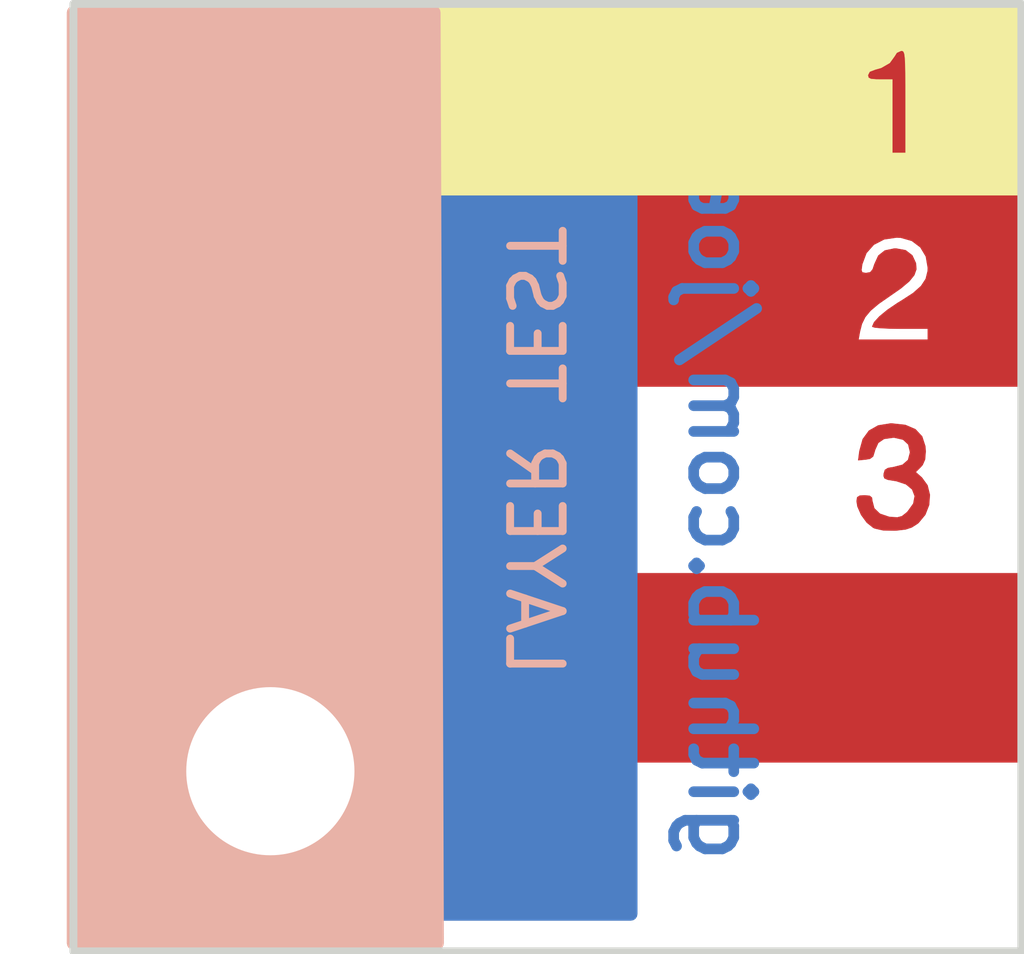
<source format=kicad_pcb>
(kicad_pcb (version 20171130) (host pcbnew "(5.1.2-1)-1")

  (general
    (thickness 1.6)
    (drawings 6)
    (tracks 0)
    (zones 0)
    (modules 4)
    (nets 1)
  )

  (page A4)
  (layers
    (0 F.Cu signal)
    (31 B.Cu signal)
    (32 B.Adhes user hide)
    (33 F.Adhes user hide)
    (34 B.Paste user hide)
    (35 F.Paste user hide)
    (36 B.SilkS user)
    (37 F.SilkS user)
    (38 B.Mask user)
    (39 F.Mask user)
    (40 Dwgs.User user hide)
    (41 Cmts.User user hide)
    (42 Eco1.User user hide)
    (43 Eco2.User user hide)
    (44 Edge.Cuts user)
    (45 Margin user hide)
    (46 B.CrtYd user hide)
    (47 F.CrtYd user hide)
    (48 B.Fab user hide)
    (49 F.Fab user hide)
  )

  (setup
    (last_trace_width 0.25)
    (trace_clearance 0.2)
    (zone_clearance 0.508)
    (zone_45_only no)
    (trace_min 0.2)
    (via_size 0.6)
    (via_drill 0.4)
    (via_min_size 0.4)
    (via_min_drill 0.3)
    (uvia_size 0.3)
    (uvia_drill 0.1)
    (uvias_allowed no)
    (uvia_min_size 0.2)
    (uvia_min_drill 0.1)
    (edge_width 0.15)
    (segment_width 0.2)
    (pcb_text_width 0.3)
    (pcb_text_size 1.5 1.5)
    (mod_edge_width 0.15)
    (mod_text_size 1 1)
    (mod_text_width 0.15)
    (pad_size 1.524 1.524)
    (pad_drill 0.762)
    (pad_to_mask_clearance 0.2)
    (aux_axis_origin 0 0)
    (visible_elements FFFFFF7F)
    (pcbplotparams
      (layerselection 0x010f0_ffffffff)
      (usegerberextensions true)
      (usegerberattributes false)
      (usegerberadvancedattributes false)
      (creategerberjobfile false)
      (excludeedgelayer true)
      (linewidth 0.100000)
      (plotframeref false)
      (viasonmask false)
      (mode 1)
      (useauxorigin false)
      (hpglpennumber 1)
      (hpglpenspeed 20)
      (hpglpendiameter 15.000000)
      (psnegative false)
      (psa4output false)
      (plotreference false)
      (plotvalue false)
      (plotinvisibletext false)
      (padsonsilk false)
      (subtractmaskfromsilk false)
      (outputformat 1)
      (mirror false)
      (drillshape 0)
      (scaleselection 1)
      (outputdirectory "gerbers/"))
  )

  (net 0 "")

  (net_class Default "This is the default net class."
    (clearance 0.2)
    (trace_width 0.25)
    (via_dia 0.6)
    (via_drill 0.4)
    (uvia_dia 0.3)
    (uvia_drill 0.1)
  )

  (module MountingHole:MountingHole_3.2mm_M3 (layer F.Cu) (tedit 56D1B4CB) (tstamp 5EA65AD6)
    (at -5.2705 5.588)
    (descr "Mounting Hole 3.2mm, no annular, M3")
    (tags "mounting hole 3.2mm no annular m3")
    (attr virtual)
    (fp_text reference REF** (at 0 -4.2) (layer F.SilkS) hide
      (effects (font (size 1 1) (thickness 0.15)))
    )
    (fp_text value MountingHole_3.2mm_M3 (at 0 4.2) (layer F.Fab)
      (effects (font (size 1 1) (thickness 0.15)))
    )
    (fp_circle (center 0 0) (end 3.45 0) (layer F.CrtYd) (width 0.05))
    (fp_circle (center 0 0) (end 3.2 0) (layer Cmts.User) (width 0.15))
    (fp_text user %R (at 0.3 0) (layer F.Fab)
      (effects (font (size 1 1) (thickness 0.15)))
    )
    (pad 1 np_thru_hole circle (at 0 0) (size 3.2 3.2) (drill 3.2) (layers *.Cu *.Mask))
  )

  (module LOGO (layer F.Cu) (tedit 0) (tstamp 0)
    (at 0 0)
    (fp_text reference G*** (at 0 0) (layer F.SilkS) hide
      (effects (font (size 1.524 1.524) (thickness 0.3)))
    )
    (fp_text value LOGO (at 0.75 0) (layer F.SilkS) hide
      (effects (font (size 1.524 1.524) (thickness 0.3)))
    )
    (fp_poly (pts (xy 9.017 5.418667) (xy -8.974666 5.418667) (xy -8.974666 1.820334) (xy 9.017 1.820334)
      (xy 9.017 5.418667)) (layer F.Cu) (width 0.01))
    (fp_poly (pts (xy 6.810174 -1.002191) (xy 7.001936 -0.920021) (xy 7.128964 -0.783999) (xy 7.190516 -0.594742)
      (xy 7.196667 -0.497068) (xy 7.183949 -0.345387) (xy 7.138729 -0.242382) (xy 7.101417 -0.19957)
      (xy 7.006167 -0.105833) (xy 7.125197 0) (xy 7.23127 0.14661) (xy 7.275896 0.327486)
      (xy 7.261197 0.520971) (xy 7.189298 0.705408) (xy 7.062321 0.859139) (xy 7.039151 0.877834)
      (xy 6.931651 0.946316) (xy 6.814375 0.984821) (xy 6.6538 1.003307) (xy 6.608672 1.005707)
      (xy 6.387418 1.002113) (xy 6.229223 0.966003) (xy 6.197878 0.951762) (xy 6.076412 0.854051)
      (xy 5.970048 0.708313) (xy 5.900144 0.548774) (xy 5.884334 0.44932) (xy 5.894615 0.374647)
      (xy 5.942229 0.344052) (xy 6.0325 0.338667) (xy 6.132959 0.34683) (xy 6.174032 0.382513)
      (xy 6.180667 0.43981) (xy 6.218373 0.58393) (xy 6.326391 0.688222) (xy 6.49707 0.745878)
      (xy 6.529566 0.750307) (xy 6.659098 0.757963) (xy 6.745969 0.735133) (xy 6.830392 0.668663)
      (xy 6.855979 0.643534) (xy 6.962616 0.494624) (xy 6.989472 0.351377) (xy 6.941269 0.224716)
      (xy 6.82273 0.125562) (xy 6.638578 0.064837) (xy 6.603425 0.059428) (xy 6.477011 0.039019)
      (xy 6.415072 0.012821) (xy 6.39774 -0.032391) (xy 6.40066 -0.075569) (xy 6.422463 -0.146903)
      (xy 6.481885 -0.183015) (xy 6.581905 -0.198992) (xy 6.757079 -0.243767) (xy 6.862792 -0.336279)
      (xy 6.900232 -0.4776) (xy 6.900334 -0.486833) (xy 6.866691 -0.6318) (xy 6.767769 -0.724155)
      (xy 6.606572 -0.761339) (xy 6.577008 -0.762) (xy 6.405106 -0.738442) (xy 6.294086 -0.662269)
      (xy 6.232716 -0.525227) (xy 6.228484 -0.505932) (xy 6.19692 -0.404798) (xy 6.138238 -0.359962)
      (xy 6.056762 -0.346121) (xy 5.914679 -0.332408) (xy 5.938028 -0.506483) (xy 6.000236 -0.731586)
      (xy 6.118447 -0.893355) (xy 6.293447 -0.992459) (xy 6.526021 -1.029566) (xy 6.554421 -1.029892)
      (xy 6.810174 -1.002191)) (layer F.Cu) (width 0.01))
    (fp_poly (pts (xy 9.017 -1.735666) (xy -8.974666 -1.735666) (xy -8.974666 -2.624666) (xy 5.917244 -2.624666)
      (xy 7.239 -2.624666) (xy 7.239 -2.836333) (xy 6.709834 -2.836333) (xy 6.505966 -2.839271)
      (xy 6.339625 -2.847327) (xy 6.226151 -2.859371) (xy 6.180885 -2.874267) (xy 6.180667 -2.875418)
      (xy 6.216674 -2.957877) (xy 6.316732 -3.067059) (xy 6.468895 -3.192363) (xy 6.66122 -3.323189)
      (xy 6.736515 -3.368733) (xy 6.959323 -3.513162) (xy 7.110335 -3.64741) (xy 7.199404 -3.783703)
      (xy 7.236383 -3.934266) (xy 7.238842 -3.992019) (xy 7.201643 -4.209656) (xy 7.096569 -4.384959)
      (xy 6.934099 -4.507676) (xy 6.72471 -4.567553) (xy 6.646334 -4.571776) (xy 6.406479 -4.536447)
      (xy 6.210885 -4.435059) (xy 6.068796 -4.274887) (xy 5.989456 -4.063206) (xy 5.987655 -4.053416)
      (xy 5.974009 -3.950151) (xy 5.991009 -3.905344) (xy 6.050976 -3.894795) (xy 6.06849 -3.894666)
      (xy 6.143704 -3.908654) (xy 6.190425 -3.965578) (xy 6.222583 -4.06245) (xy 6.297071 -4.225531)
      (xy 6.419435 -4.322543) (xy 6.598087 -4.359567) (xy 6.634586 -4.360333) (xy 6.815538 -4.32757)
      (xy 6.94245 -4.22996) (xy 7.01075 -4.081977) (xy 7.019316 -3.966968) (xy 6.979802 -3.855391)
      (xy 6.884672 -3.737707) (xy 6.726389 -3.604374) (xy 6.519969 -3.460643) (xy 6.302755 -3.309569)
      (xy 6.149245 -3.180038) (xy 6.046754 -3.057075) (xy 5.982598 -2.925707) (xy 5.94632 -2.783416)
      (xy 5.917244 -2.624666) (xy -8.974666 -2.624666) (xy -8.974666 -8.974666) (xy 9.017 -8.974666)
      (xy 9.017 -1.735666)) (layer F.Cu) (width 0.01))
  )

  (module LOGO (layer F.Cu) (tedit 0) (tstamp 5EA60723)
    (at 0 0)
    (fp_text reference G*** (at 0 0) (layer F.SilkS) hide
      (effects (font (size 1.524 1.524) (thickness 0.3)))
    )
    (fp_text value LOGO (at 0.75 0) (layer F.SilkS) hide
      (effects (font (size 1.524 1.524) (thickness 0.3)))
    )
    (fp_poly (pts (xy 9.017 -5.376333) (xy -8.974666 -5.376333) (xy -8.974666 -7.65897) (xy 6.096 -7.65897)
      (xy 6.107117 -7.61184) (xy 6.15368 -7.587291) (xy 6.255513 -7.578403) (xy 6.328834 -7.577666)
      (xy 6.561667 -7.577666) (xy 6.561667 -6.180666) (xy 6.815667 -6.180666) (xy 6.815667 -7.154333)
      (xy 6.81542 -7.465458) (xy 6.814081 -7.7021) (xy 6.810754 -7.874439) (xy 6.804542 -7.992658)
      (xy 6.79455 -8.066941) (xy 6.77988 -8.107468) (xy 6.759637 -8.124423) (xy 6.732923 -8.127988)
      (xy 6.729952 -8.128) (xy 6.645743 -8.089557) (xy 6.604842 -8.02438) (xy 6.512185 -7.895859)
      (xy 6.351347 -7.802907) (xy 6.233584 -7.768958) (xy 6.129483 -7.728936) (xy 6.096042 -7.662168)
      (xy 6.096 -7.65897) (xy -8.974666 -7.65897) (xy -8.974666 -8.974666) (xy 9.017 -8.974666)
      (xy 9.017 -5.376333)) (layer F.SilkS) (width 0.01))
  )

  (module LOGO (layer F.Cu) (tedit 0) (tstamp 5EA65AEE)
    (at 0 0)
    (fp_text reference G*** (at 0 0) (layer F.SilkS) hide
      (effects (font (size 1.524 1.524) (thickness 0.3)))
    )
    (fp_text value LOGO (at 0.75 0) (layer F.SilkS) hide
      (effects (font (size 1.524 1.524) (thickness 0.3)))
    )
    (fp_poly (pts (xy 9.017 9.017) (xy -8.974666 9.017) (xy -8.974666 7.62835) (xy 5.800666 7.62835)
      (xy 5.830371 7.72215) (xy 5.905419 7.827504) (xy 6.019903 7.929434) (xy 6.069191 7.962136)
      (xy 6.2358 8.023581) (xy 6.439223 8.04142) (xy 6.643287 8.014958) (xy 6.755685 7.975327)
      (xy 6.912895 7.857092) (xy 7.027619 7.684496) (xy 7.090574 7.481064) (xy 7.092476 7.270319)
      (xy 7.070423 7.177792) (xy 6.973777 7.010207) (xy 6.820197 6.881946) (xy 6.631796 6.802002)
      (xy 6.430686 6.779369) (xy 6.23898 6.823039) (xy 6.220061 6.831955) (xy 6.128033 6.874181)
      (xy 6.076548 6.890772) (xy 6.07354 6.889934) (xy 6.075082 6.846016) (xy 6.087446 6.740998)
      (xy 6.107973 6.597367) (xy 6.108577 6.593417) (xy 6.152329 6.307667) (xy 6.568665 6.307667)
      (xy 6.758874 6.306994) (xy 6.880004 6.302335) (xy 6.947642 6.289728) (xy 6.977375 6.265209)
      (xy 6.984791 6.224816) (xy 6.985 6.201834) (xy 6.985 6.096) (xy 6.01517 6.096)
      (xy 5.992049 6.233584) (xy 5.94236 6.537621) (xy 5.908704 6.768169) (xy 5.89077 6.934816)
      (xy 5.888251 7.047148) (xy 5.900838 7.114751) (xy 5.928224 7.147211) (xy 5.962439 7.154334)
      (xy 6.049336 7.124601) (xy 6.114995 7.072066) (xy 6.248305 6.984113) (xy 6.420842 6.956596)
      (xy 6.582556 6.984908) (xy 6.732951 7.063981) (xy 6.821802 7.188023) (xy 6.856772 7.369169)
      (xy 6.858 7.421009) (xy 6.824844 7.615312) (xy 6.732255 7.762955) (xy 6.590553 7.852284)
      (xy 6.456988 7.874) (xy 6.282368 7.848603) (xy 6.137498 7.780657) (xy 6.04506 7.682528)
      (xy 6.028524 7.640397) (xy 5.979921 7.555892) (xy 5.900911 7.535334) (xy 5.822211 7.561084)
      (xy 5.800666 7.62835) (xy -8.974666 7.62835) (xy -8.974666 3.9158) (xy 5.757334 3.9158)
      (xy 5.757334 4.021667) (xy 6.646334 4.021667) (xy 6.646334 4.2545) (xy 6.649081 4.387849)
      (xy 6.663601 4.457282) (xy 6.699312 4.483519) (xy 6.752167 4.487334) (xy 6.81278 4.48129)
      (xy 6.84434 4.449345) (xy 6.856266 4.370782) (xy 6.858 4.2545) (xy 6.860133 4.121393)
      (xy 6.874108 4.052112) (xy 6.911295 4.025816) (xy 6.983058 4.021667) (xy 6.985 4.021667)
      (xy 7.07796 4.008362) (xy 7.11069 3.958856) (xy 7.112 3.937) (xy 7.092042 3.875027)
      (xy 7.017784 3.853207) (xy 6.985 3.852334) (xy 6.858 3.852334) (xy 6.858 3.196167)
      (xy 6.857666 2.947757) (xy 6.855462 2.771622) (xy 6.849587 2.655369) (xy 6.838237 2.586606)
      (xy 6.819612 2.55294) (xy 6.791907 2.541981) (xy 6.76275 2.541224) (xy 6.715698 2.557565)
      (xy 6.651654 2.610667) (xy 6.563954 2.708217) (xy 6.445934 2.857904) (xy 6.290931 3.067416)
      (xy 6.212417 3.17619) (xy 6.032355 3.433045) (xy 5.8947 3.642528) (xy 5.80282 3.799166)
      (xy 5.760081 3.897487) (xy 5.757334 3.9158) (xy -8.974666 3.9158) (xy -8.974666 1.820334)
      (xy 9.017 1.820334) (xy 9.017 9.017)) (layer F.Mask) (width 0.01))
    (fp_poly (pts (xy 6.626142 2.960415) (xy 6.635431 3.067152) (xy 6.639057 3.223951) (xy 6.637182 3.376084)
      (xy 6.625167 3.831167) (xy 6.291835 3.843625) (xy 6.124741 3.847753) (xy 6.027222 3.842983)
      (xy 5.984427 3.82678) (xy 5.981503 3.796609) (xy 5.983486 3.790977) (xy 6.021226 3.721284)
      (xy 6.094 3.608073) (xy 6.190117 3.467526) (xy 6.297885 3.315821) (xy 6.405612 3.16914)
      (xy 6.501607 3.043663) (xy 6.574176 2.955569) (xy 6.611628 2.92104) (xy 6.61214 2.921)
      (xy 6.626142 2.960415)) (layer F.Mask) (width 0.01))
  )

  (gr_text github.com/joem (at 3.302 -0.0635 270) (layer B.Cu)
    (effects (font (size 1.143 1.143) (thickness 0.2032)) (justify mirror))
  )
  (gr_text "LAYER TEST" (at -0.254 -0.508 270) (layer B.SilkS)
    (effects (font (size 1 1) (thickness 0.15)) (justify mirror))
  )
  (gr_line (start -9.017 9.017) (end -9.017 -9.017) (layer Edge.Cuts) (width 0.15) (tstamp 5EA6054F))
  (gr_line (start 9.017 9.017) (end -9.017 9.017) (layer Edge.Cuts) (width 0.15))
  (gr_line (start 9.017 -9.017) (end 9.017 9.017) (layer Edge.Cuts) (width 0.15))
  (gr_line (start -9.017 -9.017) (end 9.017 -9.017) (layer Edge.Cuts) (width 0.15))

  (zone (net 0) (net_name "") (layer B.SilkS) (tstamp 5EA65B17) (hatch edge 0.508)
    (connect_pads (clearance 0.508))
    (min_thickness 0.254)
    (fill yes (arc_segments 32) (thermal_gap 0.508) (thermal_bridge_width 0.508))
    (polygon
      (pts
        (xy -2.032 -8.981161) (xy -10.414 -8.981161) (xy -10.414 8.989339) (xy -1.9685 8.989339)
      )
    )
    (filled_polygon
      (pts
        (xy -2.095949 8.862339) (xy -9.017 8.862339) (xy -9.017 -8.854161) (xy -2.158552 -8.854161)
      )
    )
  )
  (zone (net 0) (net_name "") (layer B.Cu) (tstamp 5EA65B14) (hatch edge 0.508)
    (connect_pads (clearance 0.508))
    (min_thickness 0.254)
    (fill yes (arc_segments 32) (thermal_gap 0.508) (thermal_bridge_width 0.508))
    (polygon
      (pts
        (xy 1.7145 -9.063361) (xy -5.7785 -9.063361) (xy -5.7785 8.907139) (xy 1.7145 8.907139)
      )
    )
    (filled_polygon
      (pts
        (xy 1.5875 8.307) (xy -5.6515 8.307) (xy -5.6515 7.791) (xy -5.490628 7.823) (xy -5.050372 7.823)
        (xy -4.618575 7.73711) (xy -4.211831 7.568631) (xy -3.845771 7.324038) (xy -3.534462 7.012729) (xy -3.289869 6.646669)
        (xy -3.12139 6.239925) (xy -3.0355 5.808128) (xy -3.0355 5.367872) (xy -3.12139 4.936075) (xy -3.289869 4.529331)
        (xy -3.534462 4.163271) (xy -3.845771 3.851962) (xy -4.211831 3.607369) (xy -4.618575 3.43889) (xy -5.050372 3.353)
        (xy -5.490628 3.353) (xy -5.6515 3.385) (xy -5.6515 -8.307) (xy 1.5875 -8.307)
      )
    )
  )
)

</source>
